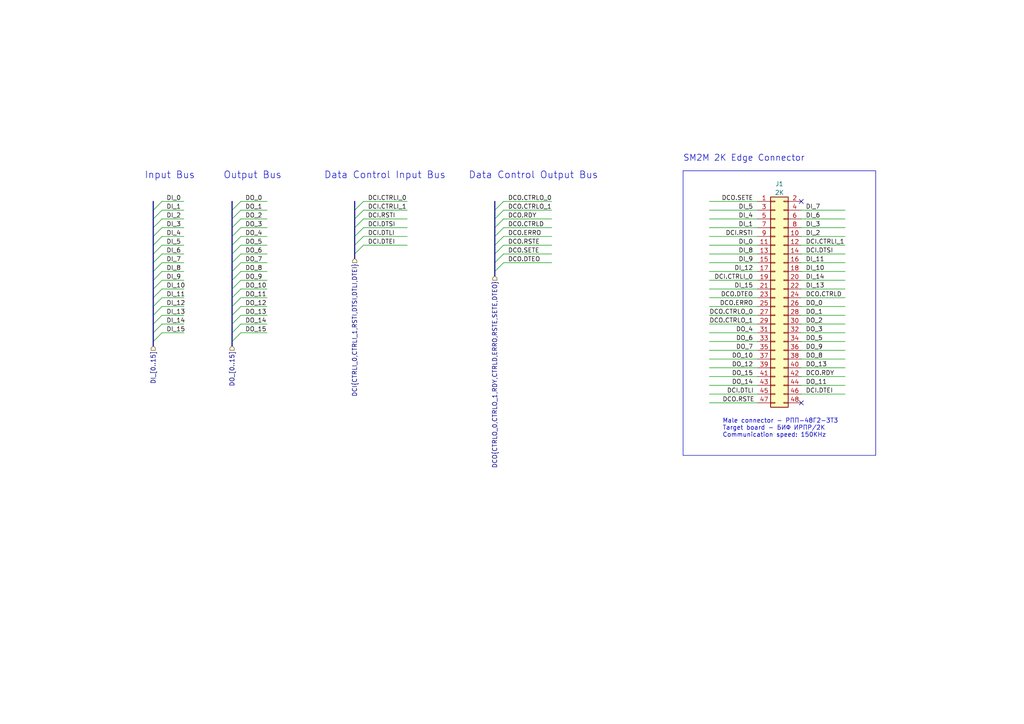
<source format=kicad_sch>
(kicad_sch (version 20230121) (generator eeschema)
  (paper "A4")
  (title_block (title "SM2M Connector") (date "2023-02-16") (rev "2") (company "Artem Korobko"))
  (lib_symbols
    (symbol "Connector_Generic:Conn_02x24_Odd_Even" (pin_names (offset 1.016) hide)
      (property "Reference" "J" (at 1.27 30.48 0))
      (property "Value" "Conn_02x24_Odd_Even" (at 1.27 -33.02 0))
      (symbol "Conn_02x24_Odd_Even_1_1"
        (rectangle (start -1.27 -30.353) (end 0 -30.607) (stroke (width 0.1524)))
        (rectangle (start -1.27 -27.813) (end 0 -28.067) (stroke (width 0.1524)))
        (rectangle (start -1.27 -25.273) (end 0 -25.527) (stroke (width 0.1524)))
        (rectangle (start -1.27 -22.733) (end 0 -22.987) (stroke (width 0.1524)))
        (rectangle (start -1.27 -20.193) (end 0 -20.447) (stroke (width 0.1524)))
        (rectangle (start -1.27 -17.653) (end 0 -17.907) (stroke (width 0.1524)))
        (rectangle (start -1.27 -15.113) (end 0 -15.367) (stroke (width 0.1524)))
        (rectangle (start -1.27 -12.573) (end 0 -12.827) (stroke (width 0.1524)))
        (rectangle (start -1.27 -10.033) (end 0 -10.287) (stroke (width 0.1524)))
        (rectangle (start -1.27 -7.493) (end 0 -7.747) (stroke (width 0.1524)))
        (rectangle (start -1.27 -4.953) (end 0 -5.207) (stroke (width 0.1524)))
        (rectangle (start -1.27 -2.413) (end 0 -2.667) (stroke (width 0.1524)))
        (rectangle (start -1.27 0.127) (end 0 -0.127) (stroke (width 0.1524)))
        (rectangle (start -1.27 2.667) (end 0 2.413) (stroke (width 0.1524)))
        (rectangle (start -1.27 5.207) (end 0 4.953) (stroke (width 0.1524)))
        (rectangle (start -1.27 7.747) (end 0 7.493) (stroke (width 0.1524)))
        (rectangle (start -1.27 10.287) (end 0 10.033) (stroke (width 0.1524)))
        (rectangle (start -1.27 12.827) (end 0 12.573) (stroke (width 0.1524)))
        (rectangle (start -1.27 15.367) (end 0 15.113) (stroke (width 0.1524)))
        (rectangle (start -1.27 17.907) (end 0 17.653) (stroke (width 0.1524)))
        (rectangle (start -1.27 20.447) (end 0 20.193) (stroke (width 0.1524)))
        (rectangle (start -1.27 22.987) (end 0 22.733) (stroke (width 0.1524)))
        (rectangle (start -1.27 25.527) (end 0 25.273) (stroke (width 0.1524)))
        (rectangle (start -1.27 28.067) (end 0 27.813) (stroke (width 0.1524)))
        (rectangle (start -1.27 29.21) (end 3.81 -31.75) (stroke (width 0.254)) (fill (type background)))
        (rectangle (start 3.81 -30.353) (end 2.54 -30.607) (stroke (width 0.1524)))
        (rectangle (start 3.81 -27.813) (end 2.54 -28.067) (stroke (width 0.1524)))
        (rectangle (start 3.81 -25.273) (end 2.54 -25.527) (stroke (width 0.1524)))
        (rectangle (start 3.81 -22.733) (end 2.54 -22.987) (stroke (width 0.1524)))
        (rectangle (start 3.81 -20.193) (end 2.54 -20.447) (stroke (width 0.1524)))
        (rectangle (start 3.81 -17.653) (end 2.54 -17.907) (stroke (width 0.1524)))
        (rectangle (start 3.81 -15.113) (end 2.54 -15.367) (stroke (width 0.1524)))
        (rectangle (start 3.81 -12.573) (end 2.54 -12.827) (stroke (width 0.1524)))
        (rectangle (start 3.81 -10.033) (end 2.54 -10.287) (stroke (width 0.1524)))
        (rectangle (start 3.81 -7.493) (end 2.54 -7.747) (stroke (width 0.1524)))
        (rectangle (start 3.81 -4.953) (end 2.54 -5.207) (stroke (width 0.1524)))
        (rectangle (start 3.81 -2.413) (end 2.54 -2.667) (stroke (width 0.1524)))
        (rectangle (start 3.81 0.127) (end 2.54 -0.127) (stroke (width 0.1524)))
        (rectangle (start 3.81 2.667) (end 2.54 2.413) (stroke (width 0.1524)))
        (rectangle (start 3.81 5.207) (end 2.54 4.953) (stroke (width 0.1524)))
        (rectangle (start 3.81 7.747) (end 2.54 7.493) (stroke (width 0.1524)))
        (rectangle (start 3.81 10.287) (end 2.54 10.033) (stroke (width 0.1524)))
        (rectangle (start 3.81 12.827) (end 2.54 12.573) (stroke (width 0.1524)))
        (rectangle (start 3.81 15.367) (end 2.54 15.113) (stroke (width 0.1524)))
        (rectangle (start 3.81 17.907) (end 2.54 17.653) (stroke (width 0.1524)))
        (rectangle (start 3.81 20.447) (end 2.54 20.193) (stroke (width 0.1524)))
        (rectangle (start 3.81 22.987) (end 2.54 22.733) (stroke (width 0.1524)))
        (rectangle (start 3.81 25.527) (end 2.54 25.273) (stroke (width 0.1524)))
        (rectangle (start 3.81 28.067) (end 2.54 27.813) (stroke (width 0.1524)))
        (pin passive line (at -5.08 27.94 0) (length 3.81) (name "Pin_1") (number "1"))
        (pin passive line (at 7.62 17.78 180) (length 3.81) (name "Pin_10") (number "10"))
        (pin passive line (at -5.08 15.24 0) (length 3.81) (name "Pin_11") (number "11"))
        (pin passive line (at 7.62 15.24 180) (length 3.81) (name "Pin_12") (number "12"))
        (pin passive line (at -5.08 12.7 0) (length 3.81) (name "Pin_13") (number "13"))
        (pin passive line (at 7.62 12.7 180) (length 3.81) (name "Pin_14") (number "14"))
        (pin passive line (at -5.08 10.16 0) (length 3.81) (name "Pin_15") (number "15"))
        (pin passive line (at 7.62 10.16 180) (length 3.81) (name "Pin_16") (number "16"))
        (pin passive line (at -5.08 7.62 0) (length 3.81) (name "Pin_17") (number "17"))
        (pin passive line (at 7.62 7.62 180) (length 3.81) (name "Pin_18") (number "18"))
        (pin passive line (at -5.08 5.08 0) (length 3.81) (name "Pin_19") (number "19"))
        (pin passive line (at 7.62 27.94 180) (length 3.81) (name "Pin_2") (number "2"))
        (pin passive line (at 7.62 5.08 180) (length 3.81) (name "Pin_20") (number "20"))
        (pin passive line (at -5.08 2.54 0) (length 3.81) (name "Pin_21") (number "21"))
        (pin passive line (at 7.62 2.54 180) (length 3.81) (name "Pin_22") (number "22"))
        (pin passive line (at -5.08 0 0) (length 3.81) (name "Pin_23") (number "23"))
        (pin passive line (at 7.62 0 180) (length 3.81) (name "Pin_24") (number "24"))
        (pin passive line (at -5.08 -2.54 0) (length 3.81) (name "Pin_25") (number "25"))
        (pin passive line (at 7.62 -2.54 180) (length 3.81) (name "Pin_26") (number "26"))
        (pin passive line (at -5.08 -5.08 0) (length 3.81) (name "Pin_27") (number "27"))
        (pin passive line (at 7.62 -5.08 180) (length 3.81) (name "Pin_28") (number "28"))
        (pin passive line (at -5.08 -7.62 0) (length 3.81) (name "Pin_29") (number "29"))
        (pin passive line (at -5.08 25.4 0) (length 3.81) (name "Pin_3") (number "3"))
        (pin passive line (at 7.62 -7.62 180) (length 3.81) (name "Pin_30") (number "30"))
        (pin passive line (at -5.08 -10.16 0) (length 3.81) (name "Pin_31") (number "31"))
        (pin passive line (at 7.62 -10.16 180) (length 3.81) (name "Pin_32") (number "32"))
        (pin passive line (at -5.08 -12.7 0) (length 3.81) (name "Pin_33") (number "33"))
        (pin passive line (at 7.62 -12.7 180) (length 3.81) (name "Pin_34") (number "34"))
        (pin passive line (at -5.08 -15.24 0) (length 3.81) (name "Pin_35") (number "35"))
        (pin passive line (at 7.62 -15.24 180) (length 3.81) (name "Pin_36") (number "36"))
        (pin passive line (at -5.08 -17.78 0) (length 3.81) (name "Pin_37") (number "37"))
        (pin passive line (at 7.62 -17.78 180) (length 3.81) (name "Pin_38") (number "38"))
        (pin passive line (at -5.08 -20.32 0) (length 3.81) (name "Pin_39") (number "39"))
        (pin passive line (at 7.62 25.4 180) (length 3.81) (name "Pin_4") (number "4"))
        (pin passive line (at 7.62 -20.32 180) (length 3.81) (name "Pin_40") (number "40"))
        (pin passive line (at -5.08 -22.86 0) (length 3.81) (name "Pin_41") (number "41"))
        (pin passive line (at 7.62 -22.86 180) (length 3.81) (name "Pin_42") (number "42"))
        (pin passive line (at -5.08 -25.4 0) (length 3.81) (name "Pin_43") (number "43"))
        (pin passive line (at 7.62 -25.4 180) (length 3.81) (name "Pin_44") (number "44"))
        (pin passive line (at -5.08 -27.94 0) (length 3.81) (name "Pin_45") (number "45"))
        (pin passive line (at 7.62 -27.94 180) (length 3.81) (name "Pin_46") (number "46"))
        (pin passive line (at -5.08 -30.48 0) (length 3.81) (name "Pin_47") (number "47"))
        (pin passive line (at 7.62 -30.48 180) (length 3.81) (name "Pin_48") (number "48"))
        (pin passive line (at -5.08 22.86 0) (length 3.81) (name "Pin_5") (number "5"))
        (pin passive line (at 7.62 22.86 180) (length 3.81) (name "Pin_6") (number "6"))
        (pin passive line (at -5.08 20.32 0) (length 3.81) (name "Pin_7") (number "7"))
        (pin passive line (at 7.62 20.32 180) (length 3.81) (name "Pin_8") (number "8"))
        (pin passive line (at -5.08 17.78 0) (length 3.81) (name "Pin_9") (number "9"))
      )
    )
  )
  (no_connect (at 232.41 116.84))
  (no_connect (at 232.41 58.42))
  (bus_entry (at 67.31 96.52) (size 2.54 -2.54))
  (bus_entry (at 67.31 63.5) (size 2.54 -2.54))
  (bus_entry (at 44.45 63.5) (size 2.54 -2.54))
  (bus_entry (at 44.45 96.52) (size 2.54 -2.54))
  (bus_entry (at 105.41 68.58) (size -2.54 2.54))
  (bus_entry (at 146.05 66.04) (size -2.54 2.54))
  (bus_entry (at 67.31 93.98) (size 2.54 -2.54))
  (bus_entry (at 67.31 66.04) (size 2.54 -2.54))
  (bus_entry (at 146.05 63.5) (size -2.54 2.54))
  (bus_entry (at 44.45 71.12) (size 2.54 -2.54))
  (bus_entry (at 67.31 91.44) (size 2.54 -2.54))
  (bus_entry (at 44.45 93.98) (size 2.54 -2.54))
  (bus_entry (at 67.31 76.2) (size 2.54 -2.54))
  (bus_entry (at 67.31 78.74) (size 2.54 -2.54))
  (bus_entry (at 146.05 76.2) (size -2.54 2.54))
  (bus_entry (at 44.45 91.44) (size 2.54 -2.54))
  (bus_entry (at 67.31 99.06) (size 2.54 -2.54))
  (bus_entry (at 67.31 81.28) (size 2.54 -2.54))
  (bus_entry (at 105.41 60.96) (size -2.54 2.54))
  (bus_entry (at 146.05 73.66) (size -2.54 2.54))
  (bus_entry (at 44.45 88.9) (size 2.54 -2.54))
  (bus_entry (at 44.45 78.74) (size 2.54 -2.54))
  (bus_entry (at 44.45 76.2) (size 2.54 -2.54))
  (bus_entry (at 44.45 99.06) (size 2.54 -2.54))
  (bus_entry (at 67.31 71.12) (size 2.54 -2.54))
  (bus_entry (at 146.05 71.12) (size -2.54 2.54))
  (bus_entry (at 44.45 83.82) (size 2.54 -2.54))
  (bus_entry (at 44.45 66.04) (size 2.54 -2.54))
  (bus_entry (at 44.45 81.28) (size 2.54 -2.54))
  (bus_entry (at 146.05 60.96) (size -2.54 2.54))
  (bus_entry (at 44.45 86.36) (size 2.54 -2.54))
  (bus_entry (at 105.41 58.42) (size -2.54 2.54))
  (bus_entry (at 44.45 73.66) (size 2.54 -2.54))
  (bus_entry (at 44.45 60.96) (size 2.54 -2.54))
  (bus_entry (at 146.05 68.58) (size -2.54 2.54))
  (bus_entry (at 105.41 63.5) (size -2.54 2.54))
  (bus_entry (at 44.45 68.58) (size 2.54 -2.54))
  (bus_entry (at 146.05 58.42) (size -2.54 2.54))
  (bus_entry (at 67.31 68.58) (size 2.54 -2.54))
  (bus_entry (at 105.41 71.12) (size -2.54 2.54))
  (bus_entry (at 67.31 86.36) (size 2.54 -2.54))
  (bus_entry (at 67.31 73.66) (size 2.54 -2.54))
  (bus_entry (at 67.31 83.82) (size 2.54 -2.54))
  (bus_entry (at 105.41 66.04) (size -2.54 2.54))
  (bus_entry (at 67.31 60.96) (size 2.54 -2.54))
  (bus_entry (at 67.31 88.9) (size 2.54 -2.54))
  (wire (pts (xy 69.85 86.36) (xy 77.47 86.36)))
  (bus (pts (xy 67.31 71.12) (xy 67.31 73.66)))
  (bus (pts (xy 143.51 66.04) (xy 143.51 68.58)))
  (wire (pts (xy 46.99 83.82) (xy 53.34 83.82)))
  (wire (pts (xy 232.41 111.76) (xy 245.11 111.76)))
  (wire (pts (xy 69.85 66.04) (xy 77.47 66.04)))
  (bus (pts (xy 44.45 58.42) (xy 44.45 60.96)))
  (bus (pts (xy 102.87 58.42) (xy 102.87 60.96)))
  (bus (pts (xy 44.45 66.04) (xy 44.45 68.58)))
  (bus (pts (xy 67.31 58.42) (xy 67.31 60.96)))
  (wire (pts (xy 69.85 58.42) (xy 77.47 58.42)))
  (wire (pts (xy 146.05 73.66) (xy 160.02 73.66)))
  (bus (pts (xy 44.45 81.28) (xy 44.45 83.82)))
  (bus (pts (xy 44.45 78.74) (xy 44.45 81.28)))
  (wire (pts (xy 46.99 93.98) (xy 53.34 93.98)))
  (wire (pts (xy 232.41 86.36) (xy 245.11 86.36)))
  (wire (pts (xy 46.99 71.12) (xy 53.34 71.12)))
  (wire (pts (xy 205.74 66.04) (xy 219.71 66.04)))
  (wire (pts (xy 46.99 63.5) (xy 53.34 63.5)))
  (wire (pts (xy 146.05 68.58) (xy 160.02 68.58)))
  (wire (pts (xy 146.05 66.04) (xy 160.02 66.04)))
  (wire (pts (xy 232.41 88.9) (xy 245.11 88.9)))
  (bus (pts (xy 102.87 71.12) (xy 102.87 73.66)))
  (wire (pts (xy 69.85 91.44) (xy 77.47 91.44)))
  (wire (pts (xy 46.99 91.44) (xy 53.34 91.44)))
  (wire (pts (xy 69.85 93.98) (xy 77.47 93.98)))
  (bus (pts (xy 67.31 73.66) (xy 67.31 76.2)))
  (bus (pts (xy 44.45 99.06) (xy 44.45 100.33)))
  (bus (pts (xy 67.31 93.98) (xy 67.31 96.52)))
  (wire (pts (xy 232.41 109.22) (xy 245.11 109.22)))
  (wire (pts (xy 232.41 114.3) (xy 245.11 114.3)))
  (wire (pts (xy 232.41 96.52) (xy 245.11 96.52)))
  (bus (pts (xy 67.31 86.36) (xy 67.31 88.9)))
  (wire (pts (xy 205.74 109.22) (xy 219.71 109.22)))
  (wire (pts (xy 46.99 66.04) (xy 53.34 66.04)))
  (bus (pts (xy 44.45 91.44) (xy 44.45 93.98)))
  (wire (pts (xy 232.41 71.12) (xy 245.11 71.12)))
  (wire (pts (xy 69.85 71.12) (xy 77.47 71.12)))
  (wire (pts (xy 146.05 71.12) (xy 160.02 71.12)))
  (bus (pts (xy 67.31 83.82) (xy 67.31 81.28)))
  (bus (pts (xy 67.31 91.44) (xy 67.31 93.98)))
  (bus (pts (xy 67.31 68.58) (xy 67.31 71.12)))
  (wire (pts (xy 205.74 81.28) (xy 219.71 81.28)))
  (wire (pts (xy 205.74 68.58) (xy 219.71 68.58)))
  (bus (pts (xy 44.45 83.82) (xy 44.45 86.36)))
  (wire (pts (xy 69.85 76.2) (xy 77.47 76.2)))
  (bus (pts (xy 143.51 76.2) (xy 143.51 78.74)))
  (wire (pts (xy 69.85 96.52) (xy 77.47 96.52)))
  (wire (pts (xy 69.85 60.96) (xy 77.47 60.96)))
  (wire (pts (xy 232.41 76.2) (xy 245.11 76.2)))
  (wire (pts (xy 232.41 99.06) (xy 245.11 99.06)))
  (wire (pts (xy 205.74 58.42) (xy 219.71 58.42)))
  (wire (pts (xy 205.74 63.5) (xy 219.71 63.5)))
  (wire (pts (xy 205.74 99.06) (xy 219.71 99.06)))
  (wire (pts (xy 205.74 78.74) (xy 219.71 78.74)))
  (wire (pts (xy 105.41 60.96) (xy 118.11 60.96)))
  (wire (pts (xy 146.05 63.5) (xy 160.02 63.5)))
  (wire (pts (xy 46.99 76.2) (xy 53.34 76.2)))
  (bus (pts (xy 44.45 86.36) (xy 44.45 88.9)))
  (wire (pts (xy 232.41 60.96) (xy 245.11 60.96)))
  (wire (pts (xy 69.85 81.28) (xy 77.47 81.28)))
  (wire (pts (xy 69.85 63.5) (xy 77.47 63.5)))
  (bus (pts (xy 67.31 96.52) (xy 67.31 99.06)))
  (bus (pts (xy 143.51 71.12) (xy 143.51 73.66)))
  (wire (pts (xy 205.74 96.52) (xy 219.71 96.52)))
  (wire (pts (xy 205.74 88.9) (xy 219.71 88.9)))
  (wire (pts (xy 105.41 58.42) (xy 118.11 58.42)))
  (wire (pts (xy 46.99 81.28) (xy 53.34 81.28)))
  (wire (pts (xy 205.74 116.84) (xy 219.71 116.84)))
  (bus (pts (xy 143.51 60.96) (xy 143.51 63.5)))
  (bus (pts (xy 67.31 60.96) (xy 67.31 63.5)))
  (wire (pts (xy 232.41 78.74) (xy 245.11 78.74)))
  (wire (pts (xy 46.99 96.52) (xy 53.34 96.52)))
  (wire (pts (xy 105.41 71.12) (xy 118.11 71.12)))
  (bus (pts (xy 44.45 93.98) (xy 44.45 96.52)))
  (wire (pts (xy 46.99 60.96) (xy 53.34 60.96)))
  (wire (pts (xy 205.74 111.76) (xy 219.71 111.76)))
  (bus (pts (xy 44.45 63.5) (xy 44.45 66.04)))
  (wire (pts (xy 232.41 73.66) (xy 245.11 73.66)))
  (wire (pts (xy 146.05 60.96) (xy 160.02 60.96)))
  (wire (pts (xy 69.85 73.66) (xy 77.47 73.66)))
  (wire (pts (xy 105.41 66.04) (xy 118.11 66.04)))
  (wire (pts (xy 46.99 58.42) (xy 53.34 58.42)))
  (wire (pts (xy 205.74 60.96) (xy 219.71 60.96)))
  (wire (pts (xy 232.41 93.98) (xy 245.11 93.98)))
  (wire (pts (xy 46.99 73.66) (xy 53.34 73.66)))
  (wire (pts (xy 205.74 93.98) (xy 219.71 93.98)))
  (wire (pts (xy 205.74 86.36) (xy 219.71 86.36)))
  (wire (pts (xy 232.41 81.28) (xy 245.11 81.28)))
  (bus (pts (xy 44.45 96.52) (xy 44.45 99.06)))
  (wire (pts (xy 105.41 63.5) (xy 118.11 63.5)))
  (bus (pts (xy 102.87 73.66) (xy 102.87 74.93)))
  (wire (pts (xy 232.41 68.58) (xy 245.11 68.58)))
  (wire (pts (xy 46.99 88.9) (xy 53.34 88.9)))
  (wire (pts (xy 205.74 101.6) (xy 219.71 101.6)))
  (bus (pts (xy 44.45 60.96) (xy 44.45 63.5)))
  (bus (pts (xy 44.45 68.58) (xy 44.45 71.12)))
  (bus (pts (xy 67.31 66.04) (xy 67.31 68.58)))
  (wire (pts (xy 146.05 76.2) (xy 160.02 76.2)))
  (bus (pts (xy 44.45 73.66) (xy 44.45 76.2)))
  (wire (pts (xy 232.41 106.68) (xy 245.11 106.68)))
  (bus (pts (xy 102.87 68.58) (xy 102.87 71.12)))
  (wire (pts (xy 232.41 101.6) (xy 245.11 101.6)))
  (wire (pts (xy 46.99 68.58) (xy 53.34 68.58)))
  (bus (pts (xy 67.31 78.74) (xy 67.31 81.28)))
  (bus (pts (xy 67.31 76.2) (xy 67.31 78.74)))
  (wire (pts (xy 205.74 71.12) (xy 219.71 71.12)))
  (bus (pts (xy 67.31 63.5) (xy 67.31 66.04)))
  (bus (pts (xy 143.51 68.58) (xy 143.51 71.12)))
  (bus (pts (xy 143.51 73.66) (xy 143.51 76.2)))
  (wire (pts (xy 232.41 66.04) (xy 245.11 66.04)))
  (wire (pts (xy 205.74 104.14) (xy 219.71 104.14)))
  (bus (pts (xy 44.45 71.12) (xy 44.45 73.66)))
  (wire (pts (xy 69.85 78.74) (xy 77.47 78.74)))
  (wire (pts (xy 232.41 91.44) (xy 245.11 91.44)))
  (wire (pts (xy 232.41 83.82) (xy 245.11 83.82)))
  (wire (pts (xy 46.99 78.74) (xy 53.34 78.74)))
  (bus (pts (xy 102.87 66.04) (xy 102.87 68.58)))
  (wire (pts (xy 69.85 88.9) (xy 77.47 88.9)))
  (bus (pts (xy 44.45 76.2) (xy 44.45 78.74)))
  (bus (pts (xy 67.31 99.06) (xy 67.31 100.33)))
  (wire (pts (xy 46.99 86.36) (xy 53.34 86.36)))
  (bus (pts (xy 67.31 88.9) (xy 67.31 91.44)))
  (bus (pts (xy 102.87 63.5) (xy 102.87 66.04)))
  (wire (pts (xy 146.05 58.42) (xy 160.02 58.42)))
  (wire (pts (xy 205.74 83.82) (xy 219.71 83.82)))
  (wire (pts (xy 232.41 63.5) (xy 245.11 63.5)))
  (wire (pts (xy 232.41 104.14) (xy 245.11 104.14)))
  (wire (pts (xy 105.41 68.58) (xy 118.11 68.58)))
  (bus (pts (xy 102.87 60.96) (xy 102.87 63.5)))
  (bus (pts (xy 143.51 58.42) (xy 143.51 60.96)))
  (bus (pts (xy 143.51 78.74) (xy 143.51 80.01)))
  (bus (pts (xy 143.51 63.5) (xy 143.51 66.04)))
  (bus (pts (xy 67.31 83.82) (xy 67.31 86.36)))
  (wire (pts (xy 69.85 83.82) (xy 77.47 83.82)))
  (wire (pts (xy 205.74 76.2) (xy 219.71 76.2)))
  (wire (pts (xy 205.74 91.44) (xy 219.71 91.44)))
  (wire (pts (xy 205.74 114.3) (xy 219.71 114.3)))
  (wire (pts (xy 205.74 106.68) (xy 219.71 106.68)))
  (wire (pts (xy 69.85 68.58) (xy 77.47 68.58)))
  (wire (pts (xy 205.74 73.66) (xy 219.71 73.66)))
  (bus (pts (xy 44.45 88.9) (xy 44.45 91.44)))
  (rectangle (start 198.12 49.53) (end 254 132.08))
  (text "Male connector - РПП-48Г2-3Т3\nTarget board - БИФ ИРПР/2К\nCommunication speed: 150KHz" (at 209.55 127 0) (effects (font (size 1.27 1.27)) (justify left bottom)))
  (text "Data Control Output Bus" (at 135.89 52.07 0) (effects (font (size 2 2)) (justify left bottom)))
  (text "Output Bus" (at 64.77 52.07 0) (effects (font (size 2 2)) (justify left bottom)))
  (text "SM2M 2K Edge Connector" (at 198.12 46.99 0) (effects (font (size 1.8 1.8)) (justify left bottom)))
  (text "Input Bus" (at 41.91 52.07 0) (effects (font (size 2 2)) (justify left bottom)))
  (text "Data Control Input Bus" (at 93.98 52.07 0) (effects (font (size 2 2)) (justify left bottom)))
  (label "DO_0" (at 71.12 58.42 0))
  (label "DCO.DTEO" (at 218.44 86.36 180))
  (label "DO_11" (at 233.68 111.76 0))
  (label "DO_11" (at 71.12 86.36 0))
  (label "DI_11" (at 48.26 86.36 0))
  (label "DO_4" (at 71.12 68.58 0))
  (label "DO_5" (at 71.12 71.12 0))
  (label "DO_10" (at 71.12 83.82 0))
  (label "DO_15" (at 71.12 96.52 0))
  (label "DI_1" (at 218.44 66.04 180))
  (label "DO_1" (at 233.68 91.44 0))
  (label "DO_2" (at 71.12 63.5 0))
  (label "DCO.CTRLO_1" (at 205.74 93.98 0))
  (label "DO_9" (at 233.68 101.6 0))
  (label "DO_9" (at 71.12 81.28 0))
  (label "DI_5" (at 48.26 71.12 0))
  (label "DI_9" (at 218.44 76.2 180))
  (label "DO_12" (at 71.12 88.9 0))
  (label "DI_3" (at 48.26 66.04 0))
  (label "DI_15" (at 48.26 96.52 0))
  (label "DCO.ERRO" (at 147.32 68.58 0))
  (label "DCI.RSTI" (at 218.44 68.58 180))
  (label "DI_5" (at 218.44 60.96 180))
  (label "DCO.CTRLD" (at 147.32 66.04 0))
  (label "DI_1" (at 48.26 60.96 0))
  (label "DO_8" (at 71.12 78.74 0))
  (label "DI_6" (at 48.26 73.66 0))
  (label "DI_3" (at 233.68 66.04 0))
  (label "DCO.SETE" (at 147.32 73.66 0))
  (label "DCO.CTRLO_1" (at 147.32 60.96 0))
  (label "DI_0" (at 218.44 71.12 180))
  (label "DO_0" (at 233.68 88.9 0))
  (label "DO_3" (at 233.68 96.52 0))
  (label "DI_12" (at 48.26 88.9 0))
  (label "DI_6" (at 233.68 63.5 0))
  (label "DCI.DTLI" (at 106.68 68.58 0))
  (label "DI_13" (at 48.26 91.44 0))
  (label "DI_10" (at 48.26 83.82 0))
  (label "DO_4" (at 218.44 96.52 180))
  (label "DO_14" (at 218.44 111.76 180))
  (label "DCI.CTRLI_1" (at 233.68 71.12 0))
  (label "DI_0" (at 48.26 58.42 0))
  (label "DCO.ERRO" (at 218.44 88.9 180))
  (label "DCI.CTRLI_0" (at 218.44 81.28 180))
  (label "DI_11" (at 233.68 76.2 0))
  (label "DI_2" (at 233.68 68.58 0))
  (label "DO_6" (at 218.44 99.06 180))
  (label "DO_15" (at 218.44 109.22 180))
  (label "DCI.DTEI" (at 106.68 71.12 0))
  (label "DCO.CTRLO_0" (at 147.32 58.42 0))
  (label "DI_8" (at 218.44 73.66 180))
  (label "DCO.RSTE" (at 209.55 116.84 0))
  (label "DI_7" (at 233.68 60.96 0))
  (label "DCO.DTEO" (at 147.32 76.2 0))
  (label "DO_14" (at 71.12 93.98 0))
  (label "DCO.SETE" (at 218.44 58.42 180))
  (label "DO_5" (at 233.68 99.06 0))
  (label "DI_4" (at 48.26 68.58 0))
  (label "DI_15" (at 218.44 83.82 180))
  (label "DCI.DTEI" (at 233.68 114.3 0))
  (label "DCO.CTRLO_0" (at 205.74 91.44 0))
  (label "DCO.RSTE" (at 147.32 71.12 0))
  (label "DCO.RDY" (at 233.68 109.22 0))
  (label "DCI.DTLI" (at 210.82 114.3 0))
  (label "DO_13" (at 71.12 91.44 0))
  (label "DCO.RDY" (at 147.32 63.5 0))
  (label "DO_2" (at 233.68 93.98 0))
  (label "DCO.CTRLD" (at 233.68 86.36 0))
  (label "DI_8" (at 48.26 78.74 0))
  (label "DCI.RSTI" (at 106.68 63.5 0))
  (label "DCI.DTSI" (at 106.68 66.04 0))
  (label "DI_2" (at 48.26 63.5 0))
  (label "DO_6" (at 71.12 73.66 0))
  (label "DCI.DTSI" (at 233.68 73.66 0))
  (label "DO_10" (at 218.44 104.14 180))
  (label "DCI.CTRLI_1" (at 106.68 60.96 0))
  (label "DI_10" (at 233.68 78.74 0))
  (label "DI_12" (at 218.44 78.74 180))
  (label "DO_13" (at 233.68 106.68 0))
  (label "DO_3" (at 71.12 66.04 0))
  (label "DI_7" (at 48.26 76.2 0))
  (label "DI_14" (at 48.26 93.98 0))
  (label "DI_14" (at 233.68 81.28 0))
  (label "DI_9" (at 48.26 81.28 0))
  (label "DI_4" (at 218.44 63.5 180))
  (label "DO_7" (at 71.12 76.2 0))
  (label "DCI.CTRLI_0" (at 106.68 58.42 0))
  (label "DO_12" (at 218.44 106.68 180))
  (label "DO_8" (at 233.68 104.14 0))
  (label "DO_1" (at 71.12 60.96 0))
  (label "DO_7" (at 218.44 101.6 180))
  (label "DI_13" (at 233.68 83.82 0))
  (hierarchical_label "DCO{CTRLO_0,CTRLO_1,RDY,CTRLD,ERRO,RSTE,SETE,DTEO}" (shape input) (at 143.51 80.01 270))
  (hierarchical_label "DI_[0..15]" (shape input) (at 44.45 100.33 270))
  (hierarchical_label "DCI{CTRLI_0,CTRLI_1,RSTI,DTSI,DTLI,DTEI}" (shape input) (at 102.87 74.93 270))
  (hierarchical_label "DO_[0..15]" (shape input) (at 67.31 100.33 270))
  (symbol (lib_id "Connector_Generic:Conn_02x24_Odd_Even") (at 224.79 86.36 0) (unit 1)
    (property "Reference" "J1" (at 226.06 53.34 0))
    (property "Value" "2K" (at 226.06 55.88 0))
    (property "Footprint" "footprinnts:RPP_48G2_3T3_Male" (effects hide))
  )
)
</source>
